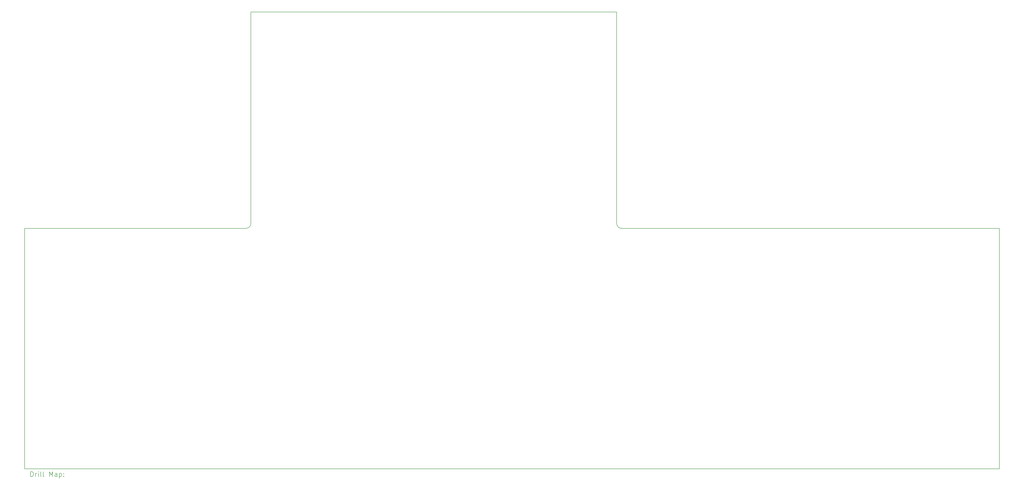
<source format=gbr>
%TF.GenerationSoftware,KiCad,Pcbnew,9.0.4*%
%TF.CreationDate,2025-10-07T22:59:05+02:00*%
%TF.ProjectId,wb50,77623530-2e6b-4696-9361-645f70636258,rev?*%
%TF.SameCoordinates,Original*%
%TF.FileFunction,Drillmap*%
%TF.FilePolarity,Positive*%
%FSLAX45Y45*%
G04 Gerber Fmt 4.5, Leading zero omitted, Abs format (unit mm)*
G04 Created by KiCad (PCBNEW 9.0.4) date 2025-10-07 22:59:05*
%MOMM*%
%LPD*%
G01*
G04 APERTURE LIST*
%ADD10C,0.200000*%
G04 APERTURE END LIST*
D10*
X36750000Y-17600000D02*
G75*
G02*
X36550000Y-17400000I0J200000D01*
G01*
X52450000Y-17600000D02*
X52450000Y-27600000D01*
X52450000Y-27600000D02*
X11950000Y-27600000D01*
X36550000Y-17400000D02*
X36550000Y-8600000D01*
X21350000Y-8600000D02*
X36550000Y-8600000D01*
X21350000Y-17400000D02*
G75*
G02*
X21150000Y-17600000I-200000J0D01*
G01*
X36750000Y-17600000D02*
X52450000Y-17600000D01*
X11950000Y-17600000D02*
X21150000Y-17600000D01*
X11950000Y-27600000D02*
X11950000Y-17600000D01*
X21350000Y-17400000D02*
X21350000Y-8600000D01*
X12200777Y-27921484D02*
X12200777Y-27721484D01*
X12200777Y-27721484D02*
X12248396Y-27721484D01*
X12248396Y-27721484D02*
X12276967Y-27731008D01*
X12276967Y-27731008D02*
X12296015Y-27750055D01*
X12296015Y-27750055D02*
X12305539Y-27769103D01*
X12305539Y-27769103D02*
X12315062Y-27807198D01*
X12315062Y-27807198D02*
X12315062Y-27835769D01*
X12315062Y-27835769D02*
X12305539Y-27873865D01*
X12305539Y-27873865D02*
X12296015Y-27892912D01*
X12296015Y-27892912D02*
X12276967Y-27911960D01*
X12276967Y-27911960D02*
X12248396Y-27921484D01*
X12248396Y-27921484D02*
X12200777Y-27921484D01*
X12400777Y-27921484D02*
X12400777Y-27788150D01*
X12400777Y-27826246D02*
X12410301Y-27807198D01*
X12410301Y-27807198D02*
X12419824Y-27797674D01*
X12419824Y-27797674D02*
X12438872Y-27788150D01*
X12438872Y-27788150D02*
X12457920Y-27788150D01*
X12524586Y-27921484D02*
X12524586Y-27788150D01*
X12524586Y-27721484D02*
X12515062Y-27731008D01*
X12515062Y-27731008D02*
X12524586Y-27740531D01*
X12524586Y-27740531D02*
X12534110Y-27731008D01*
X12534110Y-27731008D02*
X12524586Y-27721484D01*
X12524586Y-27721484D02*
X12524586Y-27740531D01*
X12648396Y-27921484D02*
X12629348Y-27911960D01*
X12629348Y-27911960D02*
X12619824Y-27892912D01*
X12619824Y-27892912D02*
X12619824Y-27721484D01*
X12753158Y-27921484D02*
X12734110Y-27911960D01*
X12734110Y-27911960D02*
X12724586Y-27892912D01*
X12724586Y-27892912D02*
X12724586Y-27721484D01*
X12981729Y-27921484D02*
X12981729Y-27721484D01*
X12981729Y-27721484D02*
X13048396Y-27864341D01*
X13048396Y-27864341D02*
X13115062Y-27721484D01*
X13115062Y-27721484D02*
X13115062Y-27921484D01*
X13296015Y-27921484D02*
X13296015Y-27816722D01*
X13296015Y-27816722D02*
X13286491Y-27797674D01*
X13286491Y-27797674D02*
X13267443Y-27788150D01*
X13267443Y-27788150D02*
X13229348Y-27788150D01*
X13229348Y-27788150D02*
X13210301Y-27797674D01*
X13296015Y-27911960D02*
X13276967Y-27921484D01*
X13276967Y-27921484D02*
X13229348Y-27921484D01*
X13229348Y-27921484D02*
X13210301Y-27911960D01*
X13210301Y-27911960D02*
X13200777Y-27892912D01*
X13200777Y-27892912D02*
X13200777Y-27873865D01*
X13200777Y-27873865D02*
X13210301Y-27854817D01*
X13210301Y-27854817D02*
X13229348Y-27845293D01*
X13229348Y-27845293D02*
X13276967Y-27845293D01*
X13276967Y-27845293D02*
X13296015Y-27835769D01*
X13391253Y-27788150D02*
X13391253Y-27988150D01*
X13391253Y-27797674D02*
X13410301Y-27788150D01*
X13410301Y-27788150D02*
X13448396Y-27788150D01*
X13448396Y-27788150D02*
X13467443Y-27797674D01*
X13467443Y-27797674D02*
X13476967Y-27807198D01*
X13476967Y-27807198D02*
X13486491Y-27826246D01*
X13486491Y-27826246D02*
X13486491Y-27883388D01*
X13486491Y-27883388D02*
X13476967Y-27902436D01*
X13476967Y-27902436D02*
X13467443Y-27911960D01*
X13467443Y-27911960D02*
X13448396Y-27921484D01*
X13448396Y-27921484D02*
X13410301Y-27921484D01*
X13410301Y-27921484D02*
X13391253Y-27911960D01*
X13572205Y-27902436D02*
X13581729Y-27911960D01*
X13581729Y-27911960D02*
X13572205Y-27921484D01*
X13572205Y-27921484D02*
X13562682Y-27911960D01*
X13562682Y-27911960D02*
X13572205Y-27902436D01*
X13572205Y-27902436D02*
X13572205Y-27921484D01*
X13572205Y-27797674D02*
X13581729Y-27807198D01*
X13581729Y-27807198D02*
X13572205Y-27816722D01*
X13572205Y-27816722D02*
X13562682Y-27807198D01*
X13562682Y-27807198D02*
X13572205Y-27797674D01*
X13572205Y-27797674D02*
X13572205Y-27816722D01*
M02*

</source>
